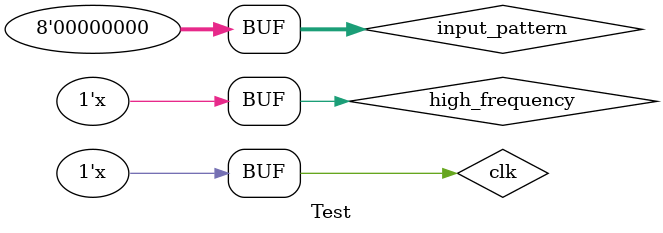
<source format=v>
`timescale 1ns / 1ps
module Test;

	// Inputs
	reg high_frequency;
	reg [7:0] input_pattern;
	reg clk;

	// Outputs
	wire Output0;
	wire Output1;
	wire Output2;
	wire Output3;
	wire Output4;
	wire Output5;
	wire Output6;
	wire Output7;

	// Instantiate the Unit Under Test (UUT)
	name uut (
		.high_frequency(high_frequency), 
		.clk(clk),
		.Output0(Output0), 
		.Output1(Output1), 
		.Output2(Output2), 
		.Output3(Output3), 
		.Output4(Output4), 
		.Output5(Output5), 
		.Output6(Output6), 
		.Output7(Output7), 
		.input_pattern(input_pattern)
	);


initial begin high_frequency=0; end
always #1 high_frequency=~high_frequency;

initial begin clk=0; end
always #10 clk=~clk;
      
initial
begin

//print M pattern
input_pattern=8'b11111111;    // HOW TO TYPE ANY LETTER, SO LET'S TAKE "M"
#20                           //
input_pattern=8'b00000010;    //  LSB #     # S0 input at 1 clock is 8'b1111111;
#20                           //      ##   ## S0 input at 2 clock is 8'b0000010;
input_pattern=8'b00000100;    //      # # # # S0 input at 3 clock is 8'b0000100;
#20                           //      #  #  # S0 input at 4 clock is 8'b0001000;
input_pattern=8'b00001000;    //      #     # S0 input at 5 clock is 8'b0000100;
#20                           //      #     # S0 input at 6 clock is 8'b0000010;
input_pattern=8'b00000100;    //      #     # S0 input at 7 clock is 8'b1111111;
#20                           //  MSB #     # S0 input at 8 clock is 8'b0000000;// for space
input_pattern=8'b00000010;    //
#20                           //
input_pattern=8'b11111111;    //
#20                           //
input_pattern=8'b00000000;    //

//space
#20
input_pattern=8'b00000000;

//print A pattern
input_pattern=8'b11111000;
#20
input_pattern=8'b00001100;
#20
input_pattern=8'b00001010;
#20
input_pattern=8'b00001001;
#20
input_pattern=8'b00001010;
#20
input_pattern=8'b00001100;
#20
input_pattern=8'b11111000;
#20
input_pattern=8'b00000000;

//space
#20
input_pattern=8'b00000000;

//print T
input_pattern=8'b00000001;
#20
input_pattern=8'b00000001;
#20
input_pattern=8'b00000001;
#20
input_pattern=8'b11111111;
#20
input_pattern=8'b00000001;
#20
input_pattern=8'b00000001;
#20
input_pattern=8'b00000001;
#20
input_pattern=8'b00000000;

//space
#20
input_pattern=8'b00000000;

//print A pattern
input_pattern=8'b11111000;
#20
input_pattern=8'b00001100;
#20
input_pattern=8'b00001010;
#20
input_pattern=8'b00001001;
#20
input_pattern=8'b00001010;
#20
input_pattern=8'b00001100;
#20
input_pattern=8'b11111000;
#20
input_pattern=8'b00000000;

//space
#20
input_pattern=8'b00000000;

//print M pattern
input_pattern=8'b11111111;
#20
input_pattern=8'b00000010;
#20
input_pattern=8'b00000100;
#20
input_pattern=8'b00001000;
#20
input_pattern=8'b00000100;
#20
input_pattern=8'b00000010;
#20
input_pattern=8'b11111111;
#20
input_pattern=8'b00000000;

//space
#20
input_pattern=8'b00000000;

//print A pattern
input_pattern=8'b11111000;
#20
input_pattern=8'b00001100;
#20
input_pattern=8'b00001010;
#20
input_pattern=8'b00001001;
#20
input_pattern=8'b00001010;
#20
input_pattern=8'b00001100;
#20
input_pattern=8'b11111000;
#20
input_pattern=8'b00000000;

//space
#20
input_pattern=8'b00000000;

//print T
input_pattern=8'b10000001;
#20
input_pattern=8'b10000001;
#20
input_pattern=8'b10000001;
#20
input_pattern=8'b11111111;
#20
input_pattern=8'b10000001;
#20
input_pattern=8'b10000001;
#20
input_pattern=8'b10000001;
#20
input_pattern=8'b00000000;

//space
#20
input_pattern=8'b00000000;
end
endmodule

</source>
